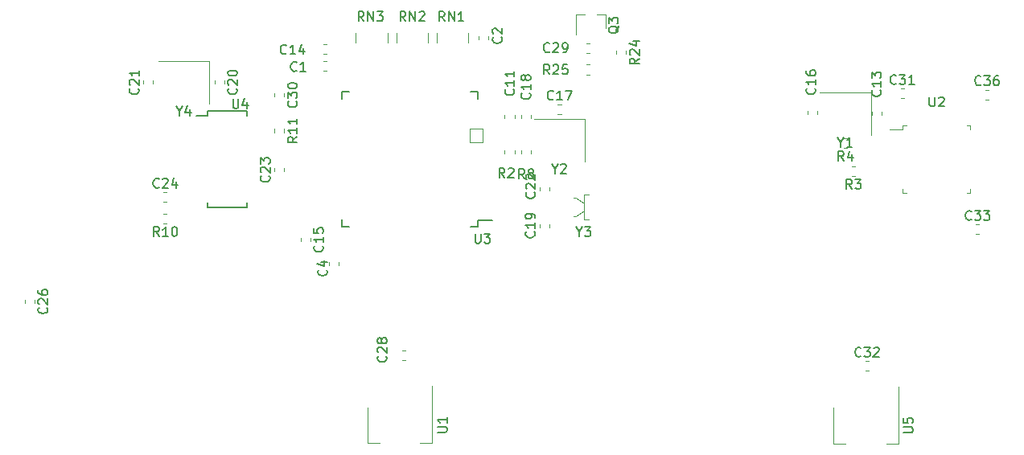
<source format=gbr>
G04 #@! TF.GenerationSoftware,KiCad,Pcbnew,(5.0.1)*
G04 #@! TF.CreationDate,2018-11-29T09:51:47+09:00*
G04 #@! TF.ProjectId,securehid,7365637572656869642E6B696361645F,rev?*
G04 #@! TF.SameCoordinates,Original*
G04 #@! TF.FileFunction,Legend,Top*
G04 #@! TF.FilePolarity,Positive*
%FSLAX46Y46*%
G04 Gerber Fmt 4.6, Leading zero omitted, Abs format (unit mm)*
G04 Created by KiCad (PCBNEW (5.0.1)) date Thu Nov 29 09:51:47 2018*
%MOMM*%
%LPD*%
G01*
G04 APERTURE LIST*
%ADD10C,0.120000*%
%ADD11C,0.150000*%
G04 APERTURE END LIST*
D10*
G04 #@! TO.C,C1*
X74971267Y-70690000D02*
X74628733Y-70690000D01*
X74971267Y-71710000D02*
X74628733Y-71710000D01*
G04 #@! TO.C,C2*
X90990000Y-68421267D02*
X90990000Y-68078733D01*
X92010000Y-68421267D02*
X92010000Y-68078733D01*
G04 #@! TO.C,C4*
X75240000Y-91828733D02*
X75240000Y-92171267D01*
X76260000Y-91828733D02*
X76260000Y-92171267D01*
G04 #@! TO.C,C11*
X94760000Y-76671267D02*
X94760000Y-76328733D01*
X93740000Y-76671267D02*
X93740000Y-76328733D01*
G04 #@! TO.C,C13*
X133410000Y-76371267D02*
X133410000Y-76028733D01*
X132390000Y-76371267D02*
X132390000Y-76028733D01*
G04 #@! TO.C,C14*
X74971267Y-69910000D02*
X74628733Y-69910000D01*
X74971267Y-68890000D02*
X74628733Y-68890000D01*
G04 #@! TO.C,C15*
X72240000Y-89328733D02*
X72240000Y-89671267D01*
X73260000Y-89328733D02*
X73260000Y-89671267D01*
G04 #@! TO.C,C16*
X126610000Y-75928733D02*
X126610000Y-76271267D01*
X125590000Y-75928733D02*
X125590000Y-76271267D01*
G04 #@! TO.C,C17*
X99328733Y-75240000D02*
X99671267Y-75240000D01*
X99328733Y-76260000D02*
X99671267Y-76260000D01*
G04 #@! TO.C,C18*
X95490000Y-76328733D02*
X95490000Y-76671267D01*
X96510000Y-76328733D02*
X96510000Y-76671267D01*
G04 #@! TO.C,C19*
X98410000Y-88171267D02*
X98410000Y-87828733D01*
X97390000Y-88171267D02*
X97390000Y-87828733D01*
G04 #@! TO.C,C20*
X63201221Y-72740795D02*
X63201221Y-73083329D01*
X64221221Y-72740795D02*
X64221221Y-73083329D01*
G04 #@! TO.C,C21*
X55701221Y-73083329D02*
X55701221Y-72740795D01*
X56721221Y-73083329D02*
X56721221Y-72740795D01*
G04 #@! TO.C,C22*
X98410000Y-83928733D02*
X98410000Y-84271267D01*
X97390000Y-83928733D02*
X97390000Y-84271267D01*
G04 #@! TO.C,C23*
X69490000Y-82296267D02*
X69490000Y-81953733D01*
X70510000Y-82296267D02*
X70510000Y-81953733D01*
G04 #@! TO.C,C24*
X57828733Y-85510000D02*
X58171267Y-85510000D01*
X57828733Y-84490000D02*
X58171267Y-84490000D01*
G04 #@! TO.C,C26*
X44260000Y-95828733D02*
X44260000Y-96171267D01*
X43240000Y-95828733D02*
X43240000Y-96171267D01*
G04 #@! TO.C,C28*
X83271267Y-102210000D02*
X82928733Y-102210000D01*
X83271267Y-101190000D02*
X82928733Y-101190000D01*
G04 #@! TO.C,C29*
X102678307Y-69822058D02*
X102335773Y-69822058D01*
X102678307Y-68802058D02*
X102335773Y-68802058D01*
G04 #@! TO.C,Q3*
X104380000Y-65740000D02*
X103450000Y-65740000D01*
X101220000Y-65740000D02*
X102150000Y-65740000D01*
X101220000Y-65740000D02*
X101220000Y-67900000D01*
X104380000Y-65740000D02*
X104380000Y-67200000D01*
G04 #@! TO.C,R2*
X94760000Y-80421267D02*
X94760000Y-80078733D01*
X93740000Y-80421267D02*
X93740000Y-80078733D01*
G04 #@! TO.C,R3*
X130621267Y-81740000D02*
X130278733Y-81740000D01*
X130621267Y-82760000D02*
X130278733Y-82760000D01*
G04 #@! TO.C,R4*
X129771267Y-79810000D02*
X129428733Y-79810000D01*
X129771267Y-78790000D02*
X129428733Y-78790000D01*
G04 #@! TO.C,R8*
X95490000Y-80421267D02*
X95490000Y-80078733D01*
X96510000Y-80421267D02*
X96510000Y-80078733D01*
G04 #@! TO.C,R10*
X58171267Y-87760000D02*
X57828733Y-87760000D01*
X58171267Y-86740000D02*
X57828733Y-86740000D01*
G04 #@! TO.C,R11*
X69490000Y-77828733D02*
X69490000Y-78171267D01*
X70510000Y-77828733D02*
X70510000Y-78171267D01*
G04 #@! TO.C,R24*
X106510000Y-69578733D02*
X106510000Y-69921267D01*
X105490000Y-69578733D02*
X105490000Y-69921267D01*
G04 #@! TO.C,R25*
X102335773Y-71052058D02*
X102678307Y-71052058D01*
X102335773Y-72072058D02*
X102678307Y-72072058D01*
G04 #@! TO.C,RN1*
X86570000Y-68750000D02*
X86570000Y-67750000D01*
X89930000Y-68750000D02*
X89930000Y-67750000D01*
G04 #@! TO.C,RN2*
X85680000Y-68750000D02*
X85680000Y-67750000D01*
X82320000Y-68750000D02*
X82320000Y-67750000D01*
G04 #@! TO.C,RN3*
X78070000Y-68750000D02*
X78070000Y-67750000D01*
X81430000Y-68750000D02*
X81430000Y-67750000D01*
G04 #@! TO.C,U1*
X79290000Y-110910000D02*
X80550000Y-110910000D01*
X86110000Y-110910000D02*
X84850000Y-110910000D01*
X79290000Y-107150000D02*
X79290000Y-110910000D01*
X86110000Y-104900000D02*
X86110000Y-110910000D01*
G04 #@! TO.C,U2*
X142760000Y-77440000D02*
X142760000Y-77860000D01*
X142760000Y-84560000D02*
X142760000Y-84140000D01*
X135640000Y-84560000D02*
X135640000Y-84140000D01*
X135640000Y-77440000D02*
X136060000Y-77440000D01*
X142760000Y-84560000D02*
X142340000Y-84560000D01*
X142760000Y-77440000D02*
X142340000Y-77440000D01*
X135640000Y-77860000D02*
X134260000Y-77860000D01*
X135640000Y-77440000D02*
X135640000Y-77860000D01*
X135640000Y-84560000D02*
X136060000Y-84560000D01*
D11*
G04 #@! TO.C,U3*
X90875000Y-88125000D02*
X90875000Y-87475000D01*
X76625000Y-88125000D02*
X76625000Y-87365000D01*
X76625000Y-73875000D02*
X76625000Y-74635000D01*
X90875000Y-73875000D02*
X90875000Y-74635000D01*
X90875000Y-88125000D02*
X90115000Y-88125000D01*
X90875000Y-73875000D02*
X90115000Y-73875000D01*
X76625000Y-73875000D02*
X77385000Y-73875000D01*
X76625000Y-88125000D02*
X77385000Y-88125000D01*
X90875000Y-87475000D02*
X92400000Y-87475000D01*
G04 #@! TO.C,U4*
X62425000Y-75920000D02*
X62425000Y-76400000D01*
X66575000Y-75920000D02*
X66575000Y-76400000D01*
X66575000Y-86080000D02*
X66575000Y-85600000D01*
X62425000Y-86080000D02*
X62425000Y-85600000D01*
X62425000Y-75920000D02*
X66575000Y-75920000D01*
X62425000Y-86080000D02*
X66575000Y-86080000D01*
X62425000Y-76400000D02*
X61300000Y-76400000D01*
D10*
G04 #@! TO.C,TP58*
X90050000Y-79200000D02*
X90050000Y-77800000D01*
X91450000Y-79200000D02*
X90050000Y-79200000D01*
X91450000Y-77800000D02*
X91450000Y-79200000D01*
X90050000Y-77800000D02*
X91450000Y-77800000D01*
G04 #@! TO.C,C30*
X70510000Y-74078733D02*
X70510000Y-74421267D01*
X69490000Y-74078733D02*
X69490000Y-74421267D01*
G04 #@! TO.C,C32*
X131703733Y-102290000D02*
X132046267Y-102290000D01*
X131703733Y-103310000D02*
X132046267Y-103310000D01*
G04 #@! TO.C,C33*
X143328733Y-87890000D02*
X143671267Y-87890000D01*
X143328733Y-88910000D02*
X143671267Y-88910000D01*
G04 #@! TO.C,U5*
X128340000Y-110960000D02*
X129600000Y-110960000D01*
X135160000Y-110960000D02*
X133900000Y-110960000D01*
X128340000Y-107200000D02*
X128340000Y-110960000D01*
X135160000Y-104950000D02*
X135160000Y-110960000D01*
G04 #@! TO.C,C31*
X135403733Y-73590000D02*
X135746267Y-73590000D01*
X135403733Y-74610000D02*
X135746267Y-74610000D01*
G04 #@! TO.C,C36*
X144328733Y-73690000D02*
X144671267Y-73690000D01*
X144328733Y-74710000D02*
X144671267Y-74710000D01*
G04 #@! TO.C,Y1*
X132300000Y-78450000D02*
X132300000Y-73950000D01*
X132300000Y-73950000D02*
X126900000Y-73950000D01*
G04 #@! TO.C,Y2*
X102200000Y-81250000D02*
X102200000Y-76750000D01*
X102200000Y-76750000D02*
X96800000Y-76750000D01*
G04 #@! TO.C,Y3*
X102600000Y-87350000D02*
X102100000Y-87350000D01*
X102100000Y-87350000D02*
X102100000Y-84750000D01*
X102100000Y-84750000D02*
X102600000Y-84750000D01*
X102100000Y-86400000D02*
X101200000Y-87000000D01*
X101200000Y-87000000D02*
X101000000Y-87000000D01*
X102100000Y-85700000D02*
X101200000Y-85100000D01*
X101200000Y-85100000D02*
X101000000Y-85100000D01*
G04 #@! TO.C,Y4*
X62661221Y-70662062D02*
X57261221Y-70662062D01*
X62661221Y-75162062D02*
X62661221Y-70662062D01*
G04 #@! TO.C,C1*
D11*
X71833333Y-71657142D02*
X71785714Y-71704761D01*
X71642857Y-71752380D01*
X71547619Y-71752380D01*
X71404761Y-71704761D01*
X71309523Y-71609523D01*
X71261904Y-71514285D01*
X71214285Y-71323809D01*
X71214285Y-71180952D01*
X71261904Y-70990476D01*
X71309523Y-70895238D01*
X71404761Y-70800000D01*
X71547619Y-70752380D01*
X71642857Y-70752380D01*
X71785714Y-70800000D01*
X71833333Y-70847619D01*
X72785714Y-71752380D02*
X72214285Y-71752380D01*
X72500000Y-71752380D02*
X72500000Y-70752380D01*
X72404761Y-70895238D01*
X72309523Y-70990476D01*
X72214285Y-71038095D01*
G04 #@! TO.C,C2*
X93357142Y-68166666D02*
X93404761Y-68214285D01*
X93452380Y-68357142D01*
X93452380Y-68452380D01*
X93404761Y-68595238D01*
X93309523Y-68690476D01*
X93214285Y-68738095D01*
X93023809Y-68785714D01*
X92880952Y-68785714D01*
X92690476Y-68738095D01*
X92595238Y-68690476D01*
X92500000Y-68595238D01*
X92452380Y-68452380D01*
X92452380Y-68357142D01*
X92500000Y-68214285D01*
X92547619Y-68166666D01*
X92547619Y-67785714D02*
X92500000Y-67738095D01*
X92452380Y-67642857D01*
X92452380Y-67404761D01*
X92500000Y-67309523D01*
X92547619Y-67261904D01*
X92642857Y-67214285D01*
X92738095Y-67214285D01*
X92880952Y-67261904D01*
X93452380Y-67833333D01*
X93452380Y-67214285D01*
G04 #@! TO.C,C4*
X74957142Y-92666666D02*
X75004761Y-92714285D01*
X75052380Y-92857142D01*
X75052380Y-92952380D01*
X75004761Y-93095238D01*
X74909523Y-93190476D01*
X74814285Y-93238095D01*
X74623809Y-93285714D01*
X74480952Y-93285714D01*
X74290476Y-93238095D01*
X74195238Y-93190476D01*
X74100000Y-93095238D01*
X74052380Y-92952380D01*
X74052380Y-92857142D01*
X74100000Y-92714285D01*
X74147619Y-92666666D01*
X74385714Y-91809523D02*
X75052380Y-91809523D01*
X74004761Y-92047619D02*
X74719047Y-92285714D01*
X74719047Y-91666666D01*
G04 #@! TO.C,C11*
X94657142Y-73642857D02*
X94704761Y-73690476D01*
X94752380Y-73833333D01*
X94752380Y-73928571D01*
X94704761Y-74071428D01*
X94609523Y-74166666D01*
X94514285Y-74214285D01*
X94323809Y-74261904D01*
X94180952Y-74261904D01*
X93990476Y-74214285D01*
X93895238Y-74166666D01*
X93800000Y-74071428D01*
X93752380Y-73928571D01*
X93752380Y-73833333D01*
X93800000Y-73690476D01*
X93847619Y-73642857D01*
X94752380Y-72690476D02*
X94752380Y-73261904D01*
X94752380Y-72976190D02*
X93752380Y-72976190D01*
X93895238Y-73071428D01*
X93990476Y-73166666D01*
X94038095Y-73261904D01*
X94752380Y-71738095D02*
X94752380Y-72309523D01*
X94752380Y-72023809D02*
X93752380Y-72023809D01*
X93895238Y-72119047D01*
X93990476Y-72214285D01*
X94038095Y-72309523D01*
G04 #@! TO.C,C13*
X133257142Y-73742857D02*
X133304761Y-73790476D01*
X133352380Y-73933333D01*
X133352380Y-74028571D01*
X133304761Y-74171428D01*
X133209523Y-74266666D01*
X133114285Y-74314285D01*
X132923809Y-74361904D01*
X132780952Y-74361904D01*
X132590476Y-74314285D01*
X132495238Y-74266666D01*
X132400000Y-74171428D01*
X132352380Y-74028571D01*
X132352380Y-73933333D01*
X132400000Y-73790476D01*
X132447619Y-73742857D01*
X133352380Y-72790476D02*
X133352380Y-73361904D01*
X133352380Y-73076190D02*
X132352380Y-73076190D01*
X132495238Y-73171428D01*
X132590476Y-73266666D01*
X132638095Y-73361904D01*
X132352380Y-72457142D02*
X132352380Y-71838095D01*
X132733333Y-72171428D01*
X132733333Y-72028571D01*
X132780952Y-71933333D01*
X132828571Y-71885714D01*
X132923809Y-71838095D01*
X133161904Y-71838095D01*
X133257142Y-71885714D01*
X133304761Y-71933333D01*
X133352380Y-72028571D01*
X133352380Y-72314285D01*
X133304761Y-72409523D01*
X133257142Y-72457142D01*
G04 #@! TO.C,C14*
X70757142Y-69857142D02*
X70709523Y-69904761D01*
X70566666Y-69952380D01*
X70471428Y-69952380D01*
X70328571Y-69904761D01*
X70233333Y-69809523D01*
X70185714Y-69714285D01*
X70138095Y-69523809D01*
X70138095Y-69380952D01*
X70185714Y-69190476D01*
X70233333Y-69095238D01*
X70328571Y-69000000D01*
X70471428Y-68952380D01*
X70566666Y-68952380D01*
X70709523Y-69000000D01*
X70757142Y-69047619D01*
X71709523Y-69952380D02*
X71138095Y-69952380D01*
X71423809Y-69952380D02*
X71423809Y-68952380D01*
X71328571Y-69095238D01*
X71233333Y-69190476D01*
X71138095Y-69238095D01*
X72566666Y-69285714D02*
X72566666Y-69952380D01*
X72328571Y-68904761D02*
X72090476Y-69619047D01*
X72709523Y-69619047D01*
G04 #@! TO.C,C15*
X74537142Y-90142857D02*
X74584761Y-90190476D01*
X74632380Y-90333333D01*
X74632380Y-90428571D01*
X74584761Y-90571428D01*
X74489523Y-90666666D01*
X74394285Y-90714285D01*
X74203809Y-90761904D01*
X74060952Y-90761904D01*
X73870476Y-90714285D01*
X73775238Y-90666666D01*
X73680000Y-90571428D01*
X73632380Y-90428571D01*
X73632380Y-90333333D01*
X73680000Y-90190476D01*
X73727619Y-90142857D01*
X74632380Y-89190476D02*
X74632380Y-89761904D01*
X74632380Y-89476190D02*
X73632380Y-89476190D01*
X73775238Y-89571428D01*
X73870476Y-89666666D01*
X73918095Y-89761904D01*
X73632380Y-88285714D02*
X73632380Y-88761904D01*
X74108571Y-88809523D01*
X74060952Y-88761904D01*
X74013333Y-88666666D01*
X74013333Y-88428571D01*
X74060952Y-88333333D01*
X74108571Y-88285714D01*
X74203809Y-88238095D01*
X74441904Y-88238095D01*
X74537142Y-88285714D01*
X74584761Y-88333333D01*
X74632380Y-88428571D01*
X74632380Y-88666666D01*
X74584761Y-88761904D01*
X74537142Y-88809523D01*
G04 #@! TO.C,C16*
X126357142Y-73542857D02*
X126404761Y-73590476D01*
X126452380Y-73733333D01*
X126452380Y-73828571D01*
X126404761Y-73971428D01*
X126309523Y-74066666D01*
X126214285Y-74114285D01*
X126023809Y-74161904D01*
X125880952Y-74161904D01*
X125690476Y-74114285D01*
X125595238Y-74066666D01*
X125500000Y-73971428D01*
X125452380Y-73828571D01*
X125452380Y-73733333D01*
X125500000Y-73590476D01*
X125547619Y-73542857D01*
X126452380Y-72590476D02*
X126452380Y-73161904D01*
X126452380Y-72876190D02*
X125452380Y-72876190D01*
X125595238Y-72971428D01*
X125690476Y-73066666D01*
X125738095Y-73161904D01*
X125452380Y-71733333D02*
X125452380Y-71923809D01*
X125500000Y-72019047D01*
X125547619Y-72066666D01*
X125690476Y-72161904D01*
X125880952Y-72209523D01*
X126261904Y-72209523D01*
X126357142Y-72161904D01*
X126404761Y-72114285D01*
X126452380Y-72019047D01*
X126452380Y-71828571D01*
X126404761Y-71733333D01*
X126357142Y-71685714D01*
X126261904Y-71638095D01*
X126023809Y-71638095D01*
X125928571Y-71685714D01*
X125880952Y-71733333D01*
X125833333Y-71828571D01*
X125833333Y-72019047D01*
X125880952Y-72114285D01*
X125928571Y-72161904D01*
X126023809Y-72209523D01*
G04 #@! TO.C,C17*
X98857142Y-74677142D02*
X98809523Y-74724761D01*
X98666666Y-74772380D01*
X98571428Y-74772380D01*
X98428571Y-74724761D01*
X98333333Y-74629523D01*
X98285714Y-74534285D01*
X98238095Y-74343809D01*
X98238095Y-74200952D01*
X98285714Y-74010476D01*
X98333333Y-73915238D01*
X98428571Y-73820000D01*
X98571428Y-73772380D01*
X98666666Y-73772380D01*
X98809523Y-73820000D01*
X98857142Y-73867619D01*
X99809523Y-74772380D02*
X99238095Y-74772380D01*
X99523809Y-74772380D02*
X99523809Y-73772380D01*
X99428571Y-73915238D01*
X99333333Y-74010476D01*
X99238095Y-74058095D01*
X100142857Y-73772380D02*
X100809523Y-73772380D01*
X100380952Y-74772380D01*
G04 #@! TO.C,C18*
X96357142Y-74042857D02*
X96404761Y-74090476D01*
X96452380Y-74233333D01*
X96452380Y-74328571D01*
X96404761Y-74471428D01*
X96309523Y-74566666D01*
X96214285Y-74614285D01*
X96023809Y-74661904D01*
X95880952Y-74661904D01*
X95690476Y-74614285D01*
X95595238Y-74566666D01*
X95500000Y-74471428D01*
X95452380Y-74328571D01*
X95452380Y-74233333D01*
X95500000Y-74090476D01*
X95547619Y-74042857D01*
X96452380Y-73090476D02*
X96452380Y-73661904D01*
X96452380Y-73376190D02*
X95452380Y-73376190D01*
X95595238Y-73471428D01*
X95690476Y-73566666D01*
X95738095Y-73661904D01*
X95880952Y-72519047D02*
X95833333Y-72614285D01*
X95785714Y-72661904D01*
X95690476Y-72709523D01*
X95642857Y-72709523D01*
X95547619Y-72661904D01*
X95500000Y-72614285D01*
X95452380Y-72519047D01*
X95452380Y-72328571D01*
X95500000Y-72233333D01*
X95547619Y-72185714D01*
X95642857Y-72138095D01*
X95690476Y-72138095D01*
X95785714Y-72185714D01*
X95833333Y-72233333D01*
X95880952Y-72328571D01*
X95880952Y-72519047D01*
X95928571Y-72614285D01*
X95976190Y-72661904D01*
X96071428Y-72709523D01*
X96261904Y-72709523D01*
X96357142Y-72661904D01*
X96404761Y-72614285D01*
X96452380Y-72519047D01*
X96452380Y-72328571D01*
X96404761Y-72233333D01*
X96357142Y-72185714D01*
X96261904Y-72138095D01*
X96071428Y-72138095D01*
X95976190Y-72185714D01*
X95928571Y-72233333D01*
X95880952Y-72328571D01*
G04 #@! TO.C,C19*
X96827142Y-88642857D02*
X96874761Y-88690476D01*
X96922380Y-88833333D01*
X96922380Y-88928571D01*
X96874761Y-89071428D01*
X96779523Y-89166666D01*
X96684285Y-89214285D01*
X96493809Y-89261904D01*
X96350952Y-89261904D01*
X96160476Y-89214285D01*
X96065238Y-89166666D01*
X95970000Y-89071428D01*
X95922380Y-88928571D01*
X95922380Y-88833333D01*
X95970000Y-88690476D01*
X96017619Y-88642857D01*
X96922380Y-87690476D02*
X96922380Y-88261904D01*
X96922380Y-87976190D02*
X95922380Y-87976190D01*
X96065238Y-88071428D01*
X96160476Y-88166666D01*
X96208095Y-88261904D01*
X96922380Y-87214285D02*
X96922380Y-87023809D01*
X96874761Y-86928571D01*
X96827142Y-86880952D01*
X96684285Y-86785714D01*
X96493809Y-86738095D01*
X96112857Y-86738095D01*
X96017619Y-86785714D01*
X95970000Y-86833333D01*
X95922380Y-86928571D01*
X95922380Y-87119047D01*
X95970000Y-87214285D01*
X96017619Y-87261904D01*
X96112857Y-87309523D01*
X96350952Y-87309523D01*
X96446190Y-87261904D01*
X96493809Y-87214285D01*
X96541428Y-87119047D01*
X96541428Y-86928571D01*
X96493809Y-86833333D01*
X96446190Y-86785714D01*
X96350952Y-86738095D01*
G04 #@! TO.C,C20*
X65498363Y-73554919D02*
X65545982Y-73602538D01*
X65593601Y-73745395D01*
X65593601Y-73840633D01*
X65545982Y-73983490D01*
X65450744Y-74078728D01*
X65355506Y-74126347D01*
X65165030Y-74173966D01*
X65022173Y-74173966D01*
X64831697Y-74126347D01*
X64736459Y-74078728D01*
X64641221Y-73983490D01*
X64593601Y-73840633D01*
X64593601Y-73745395D01*
X64641221Y-73602538D01*
X64688840Y-73554919D01*
X64688840Y-73173966D02*
X64641221Y-73126347D01*
X64593601Y-73031109D01*
X64593601Y-72793014D01*
X64641221Y-72697776D01*
X64688840Y-72650157D01*
X64784078Y-72602538D01*
X64879316Y-72602538D01*
X65022173Y-72650157D01*
X65593601Y-73221585D01*
X65593601Y-72602538D01*
X64593601Y-71983490D02*
X64593601Y-71888252D01*
X64641221Y-71793014D01*
X64688840Y-71745395D01*
X64784078Y-71697776D01*
X64974554Y-71650157D01*
X65212649Y-71650157D01*
X65403125Y-71697776D01*
X65498363Y-71745395D01*
X65545982Y-71793014D01*
X65593601Y-71888252D01*
X65593601Y-71983490D01*
X65545982Y-72078728D01*
X65498363Y-72126347D01*
X65403125Y-72173966D01*
X65212649Y-72221585D01*
X64974554Y-72221585D01*
X64784078Y-72173966D01*
X64688840Y-72126347D01*
X64641221Y-72078728D01*
X64593601Y-71983490D01*
G04 #@! TO.C,C21*
X55138363Y-73554919D02*
X55185982Y-73602538D01*
X55233601Y-73745395D01*
X55233601Y-73840633D01*
X55185982Y-73983490D01*
X55090744Y-74078728D01*
X54995506Y-74126347D01*
X54805030Y-74173966D01*
X54662173Y-74173966D01*
X54471697Y-74126347D01*
X54376459Y-74078728D01*
X54281221Y-73983490D01*
X54233601Y-73840633D01*
X54233601Y-73745395D01*
X54281221Y-73602538D01*
X54328840Y-73554919D01*
X54328840Y-73173966D02*
X54281221Y-73126347D01*
X54233601Y-73031109D01*
X54233601Y-72793014D01*
X54281221Y-72697776D01*
X54328840Y-72650157D01*
X54424078Y-72602538D01*
X54519316Y-72602538D01*
X54662173Y-72650157D01*
X55233601Y-73221585D01*
X55233601Y-72602538D01*
X55233601Y-71650157D02*
X55233601Y-72221585D01*
X55233601Y-71935871D02*
X54233601Y-71935871D01*
X54376459Y-72031109D01*
X54471697Y-72126347D01*
X54519316Y-72221585D01*
G04 #@! TO.C,C22*
X96857142Y-84492857D02*
X96904761Y-84540476D01*
X96952380Y-84683333D01*
X96952380Y-84778571D01*
X96904761Y-84921428D01*
X96809523Y-85016666D01*
X96714285Y-85064285D01*
X96523809Y-85111904D01*
X96380952Y-85111904D01*
X96190476Y-85064285D01*
X96095238Y-85016666D01*
X96000000Y-84921428D01*
X95952380Y-84778571D01*
X95952380Y-84683333D01*
X96000000Y-84540476D01*
X96047619Y-84492857D01*
X96047619Y-84111904D02*
X96000000Y-84064285D01*
X95952380Y-83969047D01*
X95952380Y-83730952D01*
X96000000Y-83635714D01*
X96047619Y-83588095D01*
X96142857Y-83540476D01*
X96238095Y-83540476D01*
X96380952Y-83588095D01*
X96952380Y-84159523D01*
X96952380Y-83540476D01*
X96047619Y-83159523D02*
X96000000Y-83111904D01*
X95952380Y-83016666D01*
X95952380Y-82778571D01*
X96000000Y-82683333D01*
X96047619Y-82635714D01*
X96142857Y-82588095D01*
X96238095Y-82588095D01*
X96380952Y-82635714D01*
X96952380Y-83207142D01*
X96952380Y-82588095D01*
G04 #@! TO.C,C23*
X68927142Y-82767857D02*
X68974761Y-82815476D01*
X69022380Y-82958333D01*
X69022380Y-83053571D01*
X68974761Y-83196428D01*
X68879523Y-83291666D01*
X68784285Y-83339285D01*
X68593809Y-83386904D01*
X68450952Y-83386904D01*
X68260476Y-83339285D01*
X68165238Y-83291666D01*
X68070000Y-83196428D01*
X68022380Y-83053571D01*
X68022380Y-82958333D01*
X68070000Y-82815476D01*
X68117619Y-82767857D01*
X68117619Y-82386904D02*
X68070000Y-82339285D01*
X68022380Y-82244047D01*
X68022380Y-82005952D01*
X68070000Y-81910714D01*
X68117619Y-81863095D01*
X68212857Y-81815476D01*
X68308095Y-81815476D01*
X68450952Y-81863095D01*
X69022380Y-82434523D01*
X69022380Y-81815476D01*
X68022380Y-81482142D02*
X68022380Y-80863095D01*
X68403333Y-81196428D01*
X68403333Y-81053571D01*
X68450952Y-80958333D01*
X68498571Y-80910714D01*
X68593809Y-80863095D01*
X68831904Y-80863095D01*
X68927142Y-80910714D01*
X68974761Y-80958333D01*
X69022380Y-81053571D01*
X69022380Y-81339285D01*
X68974761Y-81434523D01*
X68927142Y-81482142D01*
G04 #@! TO.C,C24*
X57357142Y-83927142D02*
X57309523Y-83974761D01*
X57166666Y-84022380D01*
X57071428Y-84022380D01*
X56928571Y-83974761D01*
X56833333Y-83879523D01*
X56785714Y-83784285D01*
X56738095Y-83593809D01*
X56738095Y-83450952D01*
X56785714Y-83260476D01*
X56833333Y-83165238D01*
X56928571Y-83070000D01*
X57071428Y-83022380D01*
X57166666Y-83022380D01*
X57309523Y-83070000D01*
X57357142Y-83117619D01*
X57738095Y-83117619D02*
X57785714Y-83070000D01*
X57880952Y-83022380D01*
X58119047Y-83022380D01*
X58214285Y-83070000D01*
X58261904Y-83117619D01*
X58309523Y-83212857D01*
X58309523Y-83308095D01*
X58261904Y-83450952D01*
X57690476Y-84022380D01*
X58309523Y-84022380D01*
X59166666Y-83355714D02*
X59166666Y-84022380D01*
X58928571Y-82974761D02*
X58690476Y-83689047D01*
X59309523Y-83689047D01*
G04 #@! TO.C,C26*
X45537142Y-96642857D02*
X45584761Y-96690476D01*
X45632380Y-96833333D01*
X45632380Y-96928571D01*
X45584761Y-97071428D01*
X45489523Y-97166666D01*
X45394285Y-97214285D01*
X45203809Y-97261904D01*
X45060952Y-97261904D01*
X44870476Y-97214285D01*
X44775238Y-97166666D01*
X44680000Y-97071428D01*
X44632380Y-96928571D01*
X44632380Y-96833333D01*
X44680000Y-96690476D01*
X44727619Y-96642857D01*
X44727619Y-96261904D02*
X44680000Y-96214285D01*
X44632380Y-96119047D01*
X44632380Y-95880952D01*
X44680000Y-95785714D01*
X44727619Y-95738095D01*
X44822857Y-95690476D01*
X44918095Y-95690476D01*
X45060952Y-95738095D01*
X45632380Y-96309523D01*
X45632380Y-95690476D01*
X44632380Y-94833333D02*
X44632380Y-95023809D01*
X44680000Y-95119047D01*
X44727619Y-95166666D01*
X44870476Y-95261904D01*
X45060952Y-95309523D01*
X45441904Y-95309523D01*
X45537142Y-95261904D01*
X45584761Y-95214285D01*
X45632380Y-95119047D01*
X45632380Y-94928571D01*
X45584761Y-94833333D01*
X45537142Y-94785714D01*
X45441904Y-94738095D01*
X45203809Y-94738095D01*
X45108571Y-94785714D01*
X45060952Y-94833333D01*
X45013333Y-94928571D01*
X45013333Y-95119047D01*
X45060952Y-95214285D01*
X45108571Y-95261904D01*
X45203809Y-95309523D01*
G04 #@! TO.C,C28*
X81227142Y-101742857D02*
X81274761Y-101790476D01*
X81322380Y-101933333D01*
X81322380Y-102028571D01*
X81274761Y-102171428D01*
X81179523Y-102266666D01*
X81084285Y-102314285D01*
X80893809Y-102361904D01*
X80750952Y-102361904D01*
X80560476Y-102314285D01*
X80465238Y-102266666D01*
X80370000Y-102171428D01*
X80322380Y-102028571D01*
X80322380Y-101933333D01*
X80370000Y-101790476D01*
X80417619Y-101742857D01*
X80417619Y-101361904D02*
X80370000Y-101314285D01*
X80322380Y-101219047D01*
X80322380Y-100980952D01*
X80370000Y-100885714D01*
X80417619Y-100838095D01*
X80512857Y-100790476D01*
X80608095Y-100790476D01*
X80750952Y-100838095D01*
X81322380Y-101409523D01*
X81322380Y-100790476D01*
X80750952Y-100219047D02*
X80703333Y-100314285D01*
X80655714Y-100361904D01*
X80560476Y-100409523D01*
X80512857Y-100409523D01*
X80417619Y-100361904D01*
X80370000Y-100314285D01*
X80322380Y-100219047D01*
X80322380Y-100028571D01*
X80370000Y-99933333D01*
X80417619Y-99885714D01*
X80512857Y-99838095D01*
X80560476Y-99838095D01*
X80655714Y-99885714D01*
X80703333Y-99933333D01*
X80750952Y-100028571D01*
X80750952Y-100219047D01*
X80798571Y-100314285D01*
X80846190Y-100361904D01*
X80941428Y-100409523D01*
X81131904Y-100409523D01*
X81227142Y-100361904D01*
X81274761Y-100314285D01*
X81322380Y-100219047D01*
X81322380Y-100028571D01*
X81274761Y-99933333D01*
X81227142Y-99885714D01*
X81131904Y-99838095D01*
X80941428Y-99838095D01*
X80846190Y-99885714D01*
X80798571Y-99933333D01*
X80750952Y-100028571D01*
G04 #@! TO.C,C29*
X98457142Y-69657142D02*
X98409523Y-69704761D01*
X98266666Y-69752380D01*
X98171428Y-69752380D01*
X98028571Y-69704761D01*
X97933333Y-69609523D01*
X97885714Y-69514285D01*
X97838095Y-69323809D01*
X97838095Y-69180952D01*
X97885714Y-68990476D01*
X97933333Y-68895238D01*
X98028571Y-68800000D01*
X98171428Y-68752380D01*
X98266666Y-68752380D01*
X98409523Y-68800000D01*
X98457142Y-68847619D01*
X98838095Y-68847619D02*
X98885714Y-68800000D01*
X98980952Y-68752380D01*
X99219047Y-68752380D01*
X99314285Y-68800000D01*
X99361904Y-68847619D01*
X99409523Y-68942857D01*
X99409523Y-69038095D01*
X99361904Y-69180952D01*
X98790476Y-69752380D01*
X99409523Y-69752380D01*
X99885714Y-69752380D02*
X100076190Y-69752380D01*
X100171428Y-69704761D01*
X100219047Y-69657142D01*
X100314285Y-69514285D01*
X100361904Y-69323809D01*
X100361904Y-68942857D01*
X100314285Y-68847619D01*
X100266666Y-68800000D01*
X100171428Y-68752380D01*
X99980952Y-68752380D01*
X99885714Y-68800000D01*
X99838095Y-68847619D01*
X99790476Y-68942857D01*
X99790476Y-69180952D01*
X99838095Y-69276190D01*
X99885714Y-69323809D01*
X99980952Y-69371428D01*
X100171428Y-69371428D01*
X100266666Y-69323809D01*
X100314285Y-69276190D01*
X100361904Y-69180952D01*
G04 #@! TO.C,Q3*
X105759677Y-66988198D02*
X105712058Y-67083436D01*
X105616819Y-67178674D01*
X105473962Y-67321531D01*
X105426343Y-67416769D01*
X105426343Y-67512007D01*
X105664438Y-67464388D02*
X105616819Y-67559626D01*
X105521581Y-67654864D01*
X105331105Y-67702483D01*
X104997772Y-67702483D01*
X104807296Y-67654864D01*
X104712058Y-67559626D01*
X104664438Y-67464388D01*
X104664438Y-67273912D01*
X104712058Y-67178674D01*
X104807296Y-67083436D01*
X104997772Y-67035817D01*
X105331105Y-67035817D01*
X105521581Y-67083436D01*
X105616819Y-67178674D01*
X105664438Y-67273912D01*
X105664438Y-67464388D01*
X104664438Y-66702483D02*
X104664438Y-66083436D01*
X105045391Y-66416769D01*
X105045391Y-66273912D01*
X105093010Y-66178674D01*
X105140629Y-66131055D01*
X105235867Y-66083436D01*
X105473962Y-66083436D01*
X105569200Y-66131055D01*
X105616819Y-66178674D01*
X105664438Y-66273912D01*
X105664438Y-66559626D01*
X105616819Y-66654864D01*
X105569200Y-66702483D01*
G04 #@! TO.C,R2*
X93733333Y-82952380D02*
X93400000Y-82476190D01*
X93161904Y-82952380D02*
X93161904Y-81952380D01*
X93542857Y-81952380D01*
X93638095Y-82000000D01*
X93685714Y-82047619D01*
X93733333Y-82142857D01*
X93733333Y-82285714D01*
X93685714Y-82380952D01*
X93638095Y-82428571D01*
X93542857Y-82476190D01*
X93161904Y-82476190D01*
X94114285Y-82047619D02*
X94161904Y-82000000D01*
X94257142Y-81952380D01*
X94495238Y-81952380D01*
X94590476Y-82000000D01*
X94638095Y-82047619D01*
X94685714Y-82142857D01*
X94685714Y-82238095D01*
X94638095Y-82380952D01*
X94066666Y-82952380D01*
X94685714Y-82952380D01*
G04 #@! TO.C,R3*
X130283333Y-84132380D02*
X129950000Y-83656190D01*
X129711904Y-84132380D02*
X129711904Y-83132380D01*
X130092857Y-83132380D01*
X130188095Y-83180000D01*
X130235714Y-83227619D01*
X130283333Y-83322857D01*
X130283333Y-83465714D01*
X130235714Y-83560952D01*
X130188095Y-83608571D01*
X130092857Y-83656190D01*
X129711904Y-83656190D01*
X130616666Y-83132380D02*
X131235714Y-83132380D01*
X130902380Y-83513333D01*
X131045238Y-83513333D01*
X131140476Y-83560952D01*
X131188095Y-83608571D01*
X131235714Y-83703809D01*
X131235714Y-83941904D01*
X131188095Y-84037142D01*
X131140476Y-84084761D01*
X131045238Y-84132380D01*
X130759523Y-84132380D01*
X130664285Y-84084761D01*
X130616666Y-84037142D01*
G04 #@! TO.C,R4*
X129433333Y-81182380D02*
X129100000Y-80706190D01*
X128861904Y-81182380D02*
X128861904Y-80182380D01*
X129242857Y-80182380D01*
X129338095Y-80230000D01*
X129385714Y-80277619D01*
X129433333Y-80372857D01*
X129433333Y-80515714D01*
X129385714Y-80610952D01*
X129338095Y-80658571D01*
X129242857Y-80706190D01*
X128861904Y-80706190D01*
X130290476Y-80515714D02*
X130290476Y-81182380D01*
X130052380Y-80134761D02*
X129814285Y-80849047D01*
X130433333Y-80849047D01*
G04 #@! TO.C,R8*
X95833333Y-83052380D02*
X95500000Y-82576190D01*
X95261904Y-83052380D02*
X95261904Y-82052380D01*
X95642857Y-82052380D01*
X95738095Y-82100000D01*
X95785714Y-82147619D01*
X95833333Y-82242857D01*
X95833333Y-82385714D01*
X95785714Y-82480952D01*
X95738095Y-82528571D01*
X95642857Y-82576190D01*
X95261904Y-82576190D01*
X96404761Y-82480952D02*
X96309523Y-82433333D01*
X96261904Y-82385714D01*
X96214285Y-82290476D01*
X96214285Y-82242857D01*
X96261904Y-82147619D01*
X96309523Y-82100000D01*
X96404761Y-82052380D01*
X96595238Y-82052380D01*
X96690476Y-82100000D01*
X96738095Y-82147619D01*
X96785714Y-82242857D01*
X96785714Y-82290476D01*
X96738095Y-82385714D01*
X96690476Y-82433333D01*
X96595238Y-82480952D01*
X96404761Y-82480952D01*
X96309523Y-82528571D01*
X96261904Y-82576190D01*
X96214285Y-82671428D01*
X96214285Y-82861904D01*
X96261904Y-82957142D01*
X96309523Y-83004761D01*
X96404761Y-83052380D01*
X96595238Y-83052380D01*
X96690476Y-83004761D01*
X96738095Y-82957142D01*
X96785714Y-82861904D01*
X96785714Y-82671428D01*
X96738095Y-82576190D01*
X96690476Y-82528571D01*
X96595238Y-82480952D01*
G04 #@! TO.C,R10*
X57357142Y-89132380D02*
X57023809Y-88656190D01*
X56785714Y-89132380D02*
X56785714Y-88132380D01*
X57166666Y-88132380D01*
X57261904Y-88180000D01*
X57309523Y-88227619D01*
X57357142Y-88322857D01*
X57357142Y-88465714D01*
X57309523Y-88560952D01*
X57261904Y-88608571D01*
X57166666Y-88656190D01*
X56785714Y-88656190D01*
X58309523Y-89132380D02*
X57738095Y-89132380D01*
X58023809Y-89132380D02*
X58023809Y-88132380D01*
X57928571Y-88275238D01*
X57833333Y-88370476D01*
X57738095Y-88418095D01*
X58928571Y-88132380D02*
X59023809Y-88132380D01*
X59119047Y-88180000D01*
X59166666Y-88227619D01*
X59214285Y-88322857D01*
X59261904Y-88513333D01*
X59261904Y-88751428D01*
X59214285Y-88941904D01*
X59166666Y-89037142D01*
X59119047Y-89084761D01*
X59023809Y-89132380D01*
X58928571Y-89132380D01*
X58833333Y-89084761D01*
X58785714Y-89037142D01*
X58738095Y-88941904D01*
X58690476Y-88751428D01*
X58690476Y-88513333D01*
X58738095Y-88322857D01*
X58785714Y-88227619D01*
X58833333Y-88180000D01*
X58928571Y-88132380D01*
G04 #@! TO.C,R11*
X71882380Y-78642857D02*
X71406190Y-78976190D01*
X71882380Y-79214285D02*
X70882380Y-79214285D01*
X70882380Y-78833333D01*
X70930000Y-78738095D01*
X70977619Y-78690476D01*
X71072857Y-78642857D01*
X71215714Y-78642857D01*
X71310952Y-78690476D01*
X71358571Y-78738095D01*
X71406190Y-78833333D01*
X71406190Y-79214285D01*
X71882380Y-77690476D02*
X71882380Y-78261904D01*
X71882380Y-77976190D02*
X70882380Y-77976190D01*
X71025238Y-78071428D01*
X71120476Y-78166666D01*
X71168095Y-78261904D01*
X71882380Y-76738095D02*
X71882380Y-77309523D01*
X71882380Y-77023809D02*
X70882380Y-77023809D01*
X71025238Y-77119047D01*
X71120476Y-77214285D01*
X71168095Y-77309523D01*
G04 #@! TO.C,R24*
X107882380Y-70392857D02*
X107406190Y-70726190D01*
X107882380Y-70964285D02*
X106882380Y-70964285D01*
X106882380Y-70583333D01*
X106930000Y-70488095D01*
X106977619Y-70440476D01*
X107072857Y-70392857D01*
X107215714Y-70392857D01*
X107310952Y-70440476D01*
X107358571Y-70488095D01*
X107406190Y-70583333D01*
X107406190Y-70964285D01*
X106977619Y-70011904D02*
X106930000Y-69964285D01*
X106882380Y-69869047D01*
X106882380Y-69630952D01*
X106930000Y-69535714D01*
X106977619Y-69488095D01*
X107072857Y-69440476D01*
X107168095Y-69440476D01*
X107310952Y-69488095D01*
X107882380Y-70059523D01*
X107882380Y-69440476D01*
X107215714Y-68583333D02*
X107882380Y-68583333D01*
X106834761Y-68821428D02*
X107549047Y-69059523D01*
X107549047Y-68440476D01*
G04 #@! TO.C,R25*
X98457142Y-72052380D02*
X98123809Y-71576190D01*
X97885714Y-72052380D02*
X97885714Y-71052380D01*
X98266666Y-71052380D01*
X98361904Y-71100000D01*
X98409523Y-71147619D01*
X98457142Y-71242857D01*
X98457142Y-71385714D01*
X98409523Y-71480952D01*
X98361904Y-71528571D01*
X98266666Y-71576190D01*
X97885714Y-71576190D01*
X98838095Y-71147619D02*
X98885714Y-71100000D01*
X98980952Y-71052380D01*
X99219047Y-71052380D01*
X99314285Y-71100000D01*
X99361904Y-71147619D01*
X99409523Y-71242857D01*
X99409523Y-71338095D01*
X99361904Y-71480952D01*
X98790476Y-72052380D01*
X99409523Y-72052380D01*
X100314285Y-71052380D02*
X99838095Y-71052380D01*
X99790476Y-71528571D01*
X99838095Y-71480952D01*
X99933333Y-71433333D01*
X100171428Y-71433333D01*
X100266666Y-71480952D01*
X100314285Y-71528571D01*
X100361904Y-71623809D01*
X100361904Y-71861904D01*
X100314285Y-71957142D01*
X100266666Y-72004761D01*
X100171428Y-72052380D01*
X99933333Y-72052380D01*
X99838095Y-72004761D01*
X99790476Y-71957142D01*
G04 #@! TO.C,RN1*
X87409523Y-66452380D02*
X87076190Y-65976190D01*
X86838095Y-66452380D02*
X86838095Y-65452380D01*
X87219047Y-65452380D01*
X87314285Y-65500000D01*
X87361904Y-65547619D01*
X87409523Y-65642857D01*
X87409523Y-65785714D01*
X87361904Y-65880952D01*
X87314285Y-65928571D01*
X87219047Y-65976190D01*
X86838095Y-65976190D01*
X87838095Y-66452380D02*
X87838095Y-65452380D01*
X88409523Y-66452380D01*
X88409523Y-65452380D01*
X89409523Y-66452380D02*
X88838095Y-66452380D01*
X89123809Y-66452380D02*
X89123809Y-65452380D01*
X89028571Y-65595238D01*
X88933333Y-65690476D01*
X88838095Y-65738095D01*
G04 #@! TO.C,RN2*
X83309523Y-66452380D02*
X82976190Y-65976190D01*
X82738095Y-66452380D02*
X82738095Y-65452380D01*
X83119047Y-65452380D01*
X83214285Y-65500000D01*
X83261904Y-65547619D01*
X83309523Y-65642857D01*
X83309523Y-65785714D01*
X83261904Y-65880952D01*
X83214285Y-65928571D01*
X83119047Y-65976190D01*
X82738095Y-65976190D01*
X83738095Y-66452380D02*
X83738095Y-65452380D01*
X84309523Y-66452380D01*
X84309523Y-65452380D01*
X84738095Y-65547619D02*
X84785714Y-65500000D01*
X84880952Y-65452380D01*
X85119047Y-65452380D01*
X85214285Y-65500000D01*
X85261904Y-65547619D01*
X85309523Y-65642857D01*
X85309523Y-65738095D01*
X85261904Y-65880952D01*
X84690476Y-66452380D01*
X85309523Y-66452380D01*
G04 #@! TO.C,RN3*
X78909523Y-66452380D02*
X78576190Y-65976190D01*
X78338095Y-66452380D02*
X78338095Y-65452380D01*
X78719047Y-65452380D01*
X78814285Y-65500000D01*
X78861904Y-65547619D01*
X78909523Y-65642857D01*
X78909523Y-65785714D01*
X78861904Y-65880952D01*
X78814285Y-65928571D01*
X78719047Y-65976190D01*
X78338095Y-65976190D01*
X79338095Y-66452380D02*
X79338095Y-65452380D01*
X79909523Y-66452380D01*
X79909523Y-65452380D01*
X80290476Y-65452380D02*
X80909523Y-65452380D01*
X80576190Y-65833333D01*
X80719047Y-65833333D01*
X80814285Y-65880952D01*
X80861904Y-65928571D01*
X80909523Y-66023809D01*
X80909523Y-66261904D01*
X80861904Y-66357142D01*
X80814285Y-66404761D01*
X80719047Y-66452380D01*
X80433333Y-66452380D01*
X80338095Y-66404761D01*
X80290476Y-66357142D01*
G04 #@! TO.C,U1*
X86652380Y-109761904D02*
X87461904Y-109761904D01*
X87557142Y-109714285D01*
X87604761Y-109666666D01*
X87652380Y-109571428D01*
X87652380Y-109380952D01*
X87604761Y-109285714D01*
X87557142Y-109238095D01*
X87461904Y-109190476D01*
X86652380Y-109190476D01*
X87652380Y-108190476D02*
X87652380Y-108761904D01*
X87652380Y-108476190D02*
X86652380Y-108476190D01*
X86795238Y-108571428D01*
X86890476Y-108666666D01*
X86938095Y-108761904D01*
G04 #@! TO.C,U2*
X138438095Y-74452380D02*
X138438095Y-75261904D01*
X138485714Y-75357142D01*
X138533333Y-75404761D01*
X138628571Y-75452380D01*
X138819047Y-75452380D01*
X138914285Y-75404761D01*
X138961904Y-75357142D01*
X139009523Y-75261904D01*
X139009523Y-74452380D01*
X139438095Y-74547619D02*
X139485714Y-74500000D01*
X139580952Y-74452380D01*
X139819047Y-74452380D01*
X139914285Y-74500000D01*
X139961904Y-74547619D01*
X140009523Y-74642857D01*
X140009523Y-74738095D01*
X139961904Y-74880952D01*
X139390476Y-75452380D01*
X140009523Y-75452380D01*
G04 #@! TO.C,U3*
X90638095Y-88852380D02*
X90638095Y-89661904D01*
X90685714Y-89757142D01*
X90733333Y-89804761D01*
X90828571Y-89852380D01*
X91019047Y-89852380D01*
X91114285Y-89804761D01*
X91161904Y-89757142D01*
X91209523Y-89661904D01*
X91209523Y-88852380D01*
X91590476Y-88852380D02*
X92209523Y-88852380D01*
X91876190Y-89233333D01*
X92019047Y-89233333D01*
X92114285Y-89280952D01*
X92161904Y-89328571D01*
X92209523Y-89423809D01*
X92209523Y-89661904D01*
X92161904Y-89757142D01*
X92114285Y-89804761D01*
X92019047Y-89852380D01*
X91733333Y-89852380D01*
X91638095Y-89804761D01*
X91590476Y-89757142D01*
G04 #@! TO.C,U4*
X65138095Y-74652380D02*
X65138095Y-75461904D01*
X65185714Y-75557142D01*
X65233333Y-75604761D01*
X65328571Y-75652380D01*
X65519047Y-75652380D01*
X65614285Y-75604761D01*
X65661904Y-75557142D01*
X65709523Y-75461904D01*
X65709523Y-74652380D01*
X66614285Y-74985714D02*
X66614285Y-75652380D01*
X66376190Y-74604761D02*
X66138095Y-75319047D01*
X66757142Y-75319047D01*
G04 #@! TO.C,C30*
X71787142Y-74892857D02*
X71834761Y-74940476D01*
X71882380Y-75083333D01*
X71882380Y-75178571D01*
X71834761Y-75321428D01*
X71739523Y-75416666D01*
X71644285Y-75464285D01*
X71453809Y-75511904D01*
X71310952Y-75511904D01*
X71120476Y-75464285D01*
X71025238Y-75416666D01*
X70930000Y-75321428D01*
X70882380Y-75178571D01*
X70882380Y-75083333D01*
X70930000Y-74940476D01*
X70977619Y-74892857D01*
X70882380Y-74559523D02*
X70882380Y-73940476D01*
X71263333Y-74273809D01*
X71263333Y-74130952D01*
X71310952Y-74035714D01*
X71358571Y-73988095D01*
X71453809Y-73940476D01*
X71691904Y-73940476D01*
X71787142Y-73988095D01*
X71834761Y-74035714D01*
X71882380Y-74130952D01*
X71882380Y-74416666D01*
X71834761Y-74511904D01*
X71787142Y-74559523D01*
X70882380Y-73321428D02*
X70882380Y-73226190D01*
X70930000Y-73130952D01*
X70977619Y-73083333D01*
X71072857Y-73035714D01*
X71263333Y-72988095D01*
X71501428Y-72988095D01*
X71691904Y-73035714D01*
X71787142Y-73083333D01*
X71834761Y-73130952D01*
X71882380Y-73226190D01*
X71882380Y-73321428D01*
X71834761Y-73416666D01*
X71787142Y-73464285D01*
X71691904Y-73511904D01*
X71501428Y-73559523D01*
X71263333Y-73559523D01*
X71072857Y-73511904D01*
X70977619Y-73464285D01*
X70930000Y-73416666D01*
X70882380Y-73321428D01*
G04 #@! TO.C,C32*
X131232142Y-101727142D02*
X131184523Y-101774761D01*
X131041666Y-101822380D01*
X130946428Y-101822380D01*
X130803571Y-101774761D01*
X130708333Y-101679523D01*
X130660714Y-101584285D01*
X130613095Y-101393809D01*
X130613095Y-101250952D01*
X130660714Y-101060476D01*
X130708333Y-100965238D01*
X130803571Y-100870000D01*
X130946428Y-100822380D01*
X131041666Y-100822380D01*
X131184523Y-100870000D01*
X131232142Y-100917619D01*
X131565476Y-100822380D02*
X132184523Y-100822380D01*
X131851190Y-101203333D01*
X131994047Y-101203333D01*
X132089285Y-101250952D01*
X132136904Y-101298571D01*
X132184523Y-101393809D01*
X132184523Y-101631904D01*
X132136904Y-101727142D01*
X132089285Y-101774761D01*
X131994047Y-101822380D01*
X131708333Y-101822380D01*
X131613095Y-101774761D01*
X131565476Y-101727142D01*
X132565476Y-100917619D02*
X132613095Y-100870000D01*
X132708333Y-100822380D01*
X132946428Y-100822380D01*
X133041666Y-100870000D01*
X133089285Y-100917619D01*
X133136904Y-101012857D01*
X133136904Y-101108095D01*
X133089285Y-101250952D01*
X132517857Y-101822380D01*
X133136904Y-101822380D01*
G04 #@! TO.C,C33*
X142857142Y-87327142D02*
X142809523Y-87374761D01*
X142666666Y-87422380D01*
X142571428Y-87422380D01*
X142428571Y-87374761D01*
X142333333Y-87279523D01*
X142285714Y-87184285D01*
X142238095Y-86993809D01*
X142238095Y-86850952D01*
X142285714Y-86660476D01*
X142333333Y-86565238D01*
X142428571Y-86470000D01*
X142571428Y-86422380D01*
X142666666Y-86422380D01*
X142809523Y-86470000D01*
X142857142Y-86517619D01*
X143190476Y-86422380D02*
X143809523Y-86422380D01*
X143476190Y-86803333D01*
X143619047Y-86803333D01*
X143714285Y-86850952D01*
X143761904Y-86898571D01*
X143809523Y-86993809D01*
X143809523Y-87231904D01*
X143761904Y-87327142D01*
X143714285Y-87374761D01*
X143619047Y-87422380D01*
X143333333Y-87422380D01*
X143238095Y-87374761D01*
X143190476Y-87327142D01*
X144142857Y-86422380D02*
X144761904Y-86422380D01*
X144428571Y-86803333D01*
X144571428Y-86803333D01*
X144666666Y-86850952D01*
X144714285Y-86898571D01*
X144761904Y-86993809D01*
X144761904Y-87231904D01*
X144714285Y-87327142D01*
X144666666Y-87374761D01*
X144571428Y-87422380D01*
X144285714Y-87422380D01*
X144190476Y-87374761D01*
X144142857Y-87327142D01*
G04 #@! TO.C,U5*
X135702380Y-109811904D02*
X136511904Y-109811904D01*
X136607142Y-109764285D01*
X136654761Y-109716666D01*
X136702380Y-109621428D01*
X136702380Y-109430952D01*
X136654761Y-109335714D01*
X136607142Y-109288095D01*
X136511904Y-109240476D01*
X135702380Y-109240476D01*
X135702380Y-108288095D02*
X135702380Y-108764285D01*
X136178571Y-108811904D01*
X136130952Y-108764285D01*
X136083333Y-108669047D01*
X136083333Y-108430952D01*
X136130952Y-108335714D01*
X136178571Y-108288095D01*
X136273809Y-108240476D01*
X136511904Y-108240476D01*
X136607142Y-108288095D01*
X136654761Y-108335714D01*
X136702380Y-108430952D01*
X136702380Y-108669047D01*
X136654761Y-108764285D01*
X136607142Y-108811904D01*
G04 #@! TO.C,C31*
X134932142Y-73027142D02*
X134884523Y-73074761D01*
X134741666Y-73122380D01*
X134646428Y-73122380D01*
X134503571Y-73074761D01*
X134408333Y-72979523D01*
X134360714Y-72884285D01*
X134313095Y-72693809D01*
X134313095Y-72550952D01*
X134360714Y-72360476D01*
X134408333Y-72265238D01*
X134503571Y-72170000D01*
X134646428Y-72122380D01*
X134741666Y-72122380D01*
X134884523Y-72170000D01*
X134932142Y-72217619D01*
X135265476Y-72122380D02*
X135884523Y-72122380D01*
X135551190Y-72503333D01*
X135694047Y-72503333D01*
X135789285Y-72550952D01*
X135836904Y-72598571D01*
X135884523Y-72693809D01*
X135884523Y-72931904D01*
X135836904Y-73027142D01*
X135789285Y-73074761D01*
X135694047Y-73122380D01*
X135408333Y-73122380D01*
X135313095Y-73074761D01*
X135265476Y-73027142D01*
X136836904Y-73122380D02*
X136265476Y-73122380D01*
X136551190Y-73122380D02*
X136551190Y-72122380D01*
X136455952Y-72265238D01*
X136360714Y-72360476D01*
X136265476Y-72408095D01*
G04 #@! TO.C,C36*
X143857142Y-73127142D02*
X143809523Y-73174761D01*
X143666666Y-73222380D01*
X143571428Y-73222380D01*
X143428571Y-73174761D01*
X143333333Y-73079523D01*
X143285714Y-72984285D01*
X143238095Y-72793809D01*
X143238095Y-72650952D01*
X143285714Y-72460476D01*
X143333333Y-72365238D01*
X143428571Y-72270000D01*
X143571428Y-72222380D01*
X143666666Y-72222380D01*
X143809523Y-72270000D01*
X143857142Y-72317619D01*
X144190476Y-72222380D02*
X144809523Y-72222380D01*
X144476190Y-72603333D01*
X144619047Y-72603333D01*
X144714285Y-72650952D01*
X144761904Y-72698571D01*
X144809523Y-72793809D01*
X144809523Y-73031904D01*
X144761904Y-73127142D01*
X144714285Y-73174761D01*
X144619047Y-73222380D01*
X144333333Y-73222380D01*
X144238095Y-73174761D01*
X144190476Y-73127142D01*
X145666666Y-72222380D02*
X145476190Y-72222380D01*
X145380952Y-72270000D01*
X145333333Y-72317619D01*
X145238095Y-72460476D01*
X145190476Y-72650952D01*
X145190476Y-73031904D01*
X145238095Y-73127142D01*
X145285714Y-73174761D01*
X145380952Y-73222380D01*
X145571428Y-73222380D01*
X145666666Y-73174761D01*
X145714285Y-73127142D01*
X145761904Y-73031904D01*
X145761904Y-72793809D01*
X145714285Y-72698571D01*
X145666666Y-72650952D01*
X145571428Y-72603333D01*
X145380952Y-72603333D01*
X145285714Y-72650952D01*
X145238095Y-72698571D01*
X145190476Y-72793809D01*
G04 #@! TO.C,Y1*
X129123809Y-79226190D02*
X129123809Y-79702380D01*
X128790476Y-78702380D02*
X129123809Y-79226190D01*
X129457142Y-78702380D01*
X130314285Y-79702380D02*
X129742857Y-79702380D01*
X130028571Y-79702380D02*
X130028571Y-78702380D01*
X129933333Y-78845238D01*
X129838095Y-78940476D01*
X129742857Y-78988095D01*
G04 #@! TO.C,Y2*
X99023809Y-82026190D02*
X99023809Y-82502380D01*
X98690476Y-81502380D02*
X99023809Y-82026190D01*
X99357142Y-81502380D01*
X99642857Y-81597619D02*
X99690476Y-81550000D01*
X99785714Y-81502380D01*
X100023809Y-81502380D01*
X100119047Y-81550000D01*
X100166666Y-81597619D01*
X100214285Y-81692857D01*
X100214285Y-81788095D01*
X100166666Y-81930952D01*
X99595238Y-82502380D01*
X100214285Y-82502380D01*
G04 #@! TO.C,Y3*
X101573809Y-88646190D02*
X101573809Y-89122380D01*
X101240476Y-88122380D02*
X101573809Y-88646190D01*
X101907142Y-88122380D01*
X102145238Y-88122380D02*
X102764285Y-88122380D01*
X102430952Y-88503333D01*
X102573809Y-88503333D01*
X102669047Y-88550952D01*
X102716666Y-88598571D01*
X102764285Y-88693809D01*
X102764285Y-88931904D01*
X102716666Y-89027142D01*
X102669047Y-89074761D01*
X102573809Y-89122380D01*
X102288095Y-89122380D01*
X102192857Y-89074761D01*
X102145238Y-89027142D01*
G04 #@! TO.C,Y4*
X59485030Y-75938252D02*
X59485030Y-76414442D01*
X59151697Y-75414442D02*
X59485030Y-75938252D01*
X59818363Y-75414442D01*
X60580268Y-75747776D02*
X60580268Y-76414442D01*
X60342173Y-75366823D02*
X60104078Y-76081109D01*
X60723125Y-76081109D01*
G04 #@! TD*
M02*

</source>
